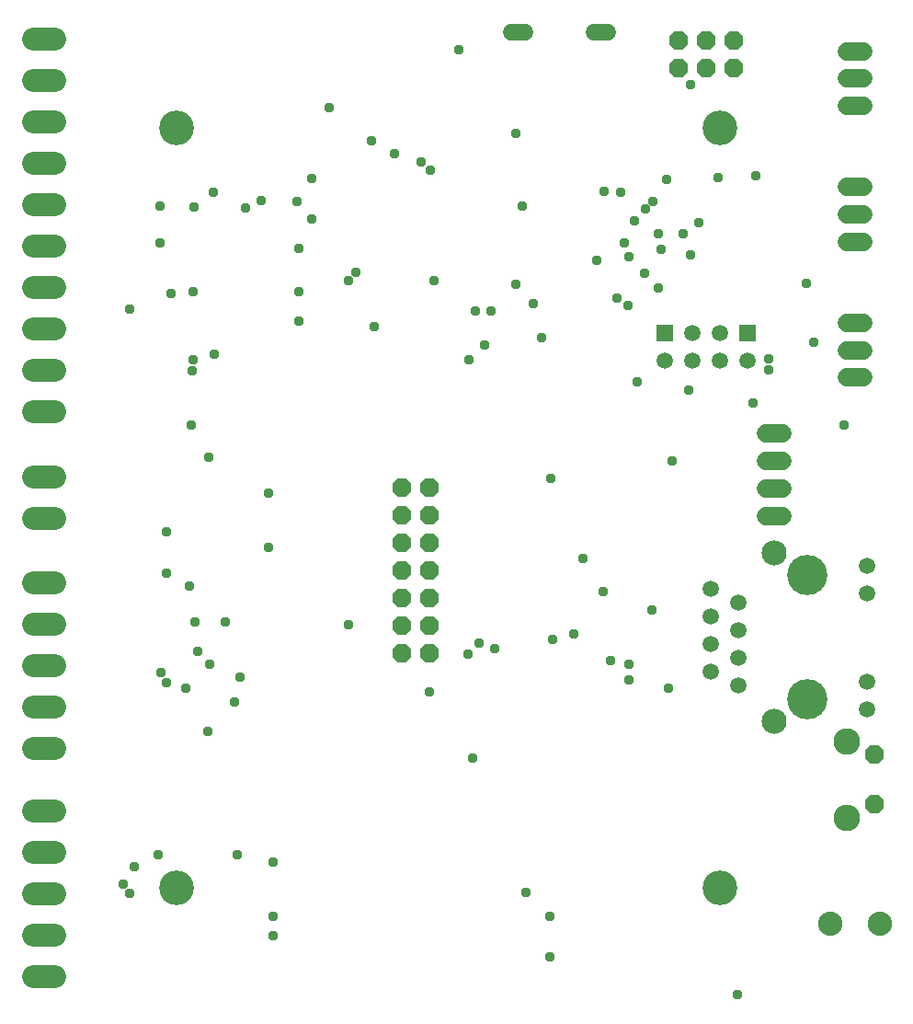
<source format=gbr>
G04 EAGLE Gerber RS-274X export*
G75*
%MOMM*%
%FSLAX34Y34*%
%LPD*%
%INSoldermask Bottom*%
%IPPOS*%
%AMOC8*
5,1,8,0,0,1.08239X$1,22.5*%
G01*
%ADD10C,3.203200*%
%ADD11C,2.235200*%
%ADD12R,1.511200X1.511200*%
%ADD13C,1.511200*%
%ADD14C,2.303200*%
%ADD15C,3.703200*%
%ADD16C,1.727200*%
%ADD17P,1.869504X8X112.500000*%
%ADD18C,2.451100*%
%ADD19P,1.852186X8X22.500000*%
%ADD20C,1.524000*%
%ADD21C,2.108200*%
%ADD22P,1.852186X8X112.500000*%
%ADD23C,0.959600*%


D10*
X172500Y832500D03*
X672500Y832500D03*
X172500Y132500D03*
X672500Y132500D03*
D11*
X820000Y100000D03*
X774280Y100000D03*
D12*
X621750Y643625D03*
X697950Y643625D03*
D13*
X647150Y643625D03*
X672550Y643625D03*
X672550Y618225D03*
X647150Y618225D03*
X621750Y618225D03*
X697950Y618225D03*
D14*
X722700Y285750D03*
X722700Y440650D03*
D13*
X808400Y429450D03*
X808400Y404050D03*
X808400Y322350D03*
X808400Y296950D03*
X664300Y407600D03*
X664300Y382200D03*
X664300Y356800D03*
X664300Y331400D03*
X689700Y395000D03*
X689700Y369600D03*
X689700Y344200D03*
X689700Y318800D03*
D15*
X753000Y306200D03*
X753000Y420200D03*
D16*
X730120Y550600D02*
X714880Y550600D01*
X714880Y525200D02*
X730120Y525200D01*
X730120Y499800D02*
X714880Y499800D01*
X714880Y474400D02*
X730120Y474400D01*
D17*
X814946Y209894D03*
X814946Y255106D03*
D18*
X790054Y197448D03*
X790054Y267552D03*
D16*
X789880Y652500D02*
X805120Y652500D01*
X805120Y627500D02*
X789880Y627500D01*
X789880Y602500D02*
X805120Y602500D01*
X805120Y777500D02*
X789880Y777500D01*
X789880Y752500D02*
X805120Y752500D01*
X805120Y727500D02*
X789880Y727500D01*
X789880Y902500D02*
X805120Y902500D01*
X805120Y877500D02*
X789880Y877500D01*
X789880Y852500D02*
X805120Y852500D01*
D19*
X634600Y887300D03*
X634600Y912700D03*
X660000Y887300D03*
X660000Y912700D03*
X685400Y887300D03*
X685400Y912700D03*
D20*
X569704Y920000D02*
X556496Y920000D01*
X493504Y920000D02*
X480296Y920000D01*
D21*
X59525Y511550D02*
X40475Y511550D01*
X40475Y473450D02*
X59525Y473450D01*
X59525Y413700D02*
X40475Y413700D01*
X40475Y375600D02*
X59525Y375600D01*
X59525Y337500D02*
X40475Y337500D01*
X40475Y299400D02*
X59525Y299400D01*
X59525Y261300D02*
X40475Y261300D01*
X40475Y203700D02*
X59525Y203700D01*
X59525Y165600D02*
X40475Y165600D01*
X40475Y127500D02*
X59525Y127500D01*
X59525Y89400D02*
X40475Y89400D01*
X40475Y51300D02*
X59525Y51300D01*
X59525Y913950D02*
X40475Y913950D01*
X40475Y875850D02*
X59525Y875850D01*
X59525Y837750D02*
X40475Y837750D01*
X40475Y799650D02*
X59525Y799650D01*
X59525Y761550D02*
X40475Y761550D01*
X40475Y723450D02*
X59525Y723450D01*
X59525Y685350D02*
X40475Y685350D01*
X40475Y647250D02*
X59525Y647250D01*
X59525Y609150D02*
X40475Y609150D01*
X40475Y571050D02*
X59525Y571050D01*
D22*
X405200Y348800D03*
X379800Y348800D03*
X405200Y374200D03*
X379800Y374200D03*
X405200Y399600D03*
X379800Y399600D03*
X405200Y425000D03*
X379800Y425000D03*
X405200Y450400D03*
X379800Y450400D03*
X405200Y475800D03*
X379800Y475800D03*
X405200Y501200D03*
X379800Y501200D03*
D23*
X405139Y313294D03*
X330642Y374524D03*
X444938Y252064D03*
X284720Y681694D03*
X284720Y654141D03*
X284720Y721494D03*
X296966Y748027D03*
X296966Y785785D03*
X566378Y773539D03*
X581685Y772519D03*
X611280Y764355D03*
X706186Y787826D03*
X616382Y684756D03*
X618423Y720473D03*
X593931Y747006D03*
X577603Y675571D03*
X596993Y598829D03*
X517394Y509230D03*
X752109Y688838D03*
X786806Y558214D03*
X628628Y525558D03*
X759252Y634751D03*
X703125Y578624D03*
X644190Y591124D03*
X671489Y786806D03*
X645977Y871507D03*
X518414Y361257D03*
X440856Y347991D03*
X451061Y358196D03*
X653120Y744965D03*
X717412Y619444D03*
X717412Y609239D03*
X610259Y388811D03*
X565357Y405139D03*
X546988Y435754D03*
X537804Y366360D03*
X516373Y69394D03*
X588829Y324519D03*
X588829Y338806D03*
X572501Y341868D03*
X625567Y316355D03*
X465348Y353093D03*
X645977Y715371D03*
X559234Y710268D03*
X587808Y668428D03*
X184711Y410241D03*
X163280Y422487D03*
X584747Y726596D03*
X603116Y698022D03*
X257166Y445959D03*
X163280Y460246D03*
X616382Y734760D03*
X588829Y713330D03*
X604136Y757211D03*
X508209Y638833D03*
X516373Y106132D03*
X493922Y128583D03*
X688838Y34697D03*
X623526Y784765D03*
X638833Y734760D03*
X189813Y377585D03*
X158178Y330642D03*
X163280Y321458D03*
X191854Y350032D03*
X201039Y276556D03*
X203080Y338806D03*
X180629Y316355D03*
X133686Y152055D03*
X261248Y156137D03*
X225531Y304109D03*
X155116Y163280D03*
X228592Y163280D03*
X217367Y377585D03*
X123481Y135727D03*
X261248Y106132D03*
X129604Y127563D03*
X261248Y88784D03*
X230633Y326560D03*
X490861Y760273D03*
X484738Y826605D03*
X432692Y904163D03*
X187772Y618423D03*
X207162Y623526D03*
X206141Y772519D03*
X501066Y670469D03*
X484738Y687817D03*
X250023Y765375D03*
X397995Y801093D03*
X283699Y764355D03*
X406159Y792929D03*
X186752Y608218D03*
X129604Y665366D03*
X157157Y726596D03*
X167362Y679653D03*
X157157Y760273D03*
X187772Y681694D03*
X188793Y759252D03*
X330642Y691899D03*
X409221Y691899D03*
X462287Y663325D03*
X448000Y663325D03*
X337786Y699043D03*
X456164Y632710D03*
X441877Y618423D03*
X185731Y558214D03*
X313294Y851097D03*
X235736Y758232D03*
X352073Y820482D03*
X202059Y528619D03*
X373503Y808236D03*
X257166Y495963D03*
X354114Y649038D03*
M02*

</source>
